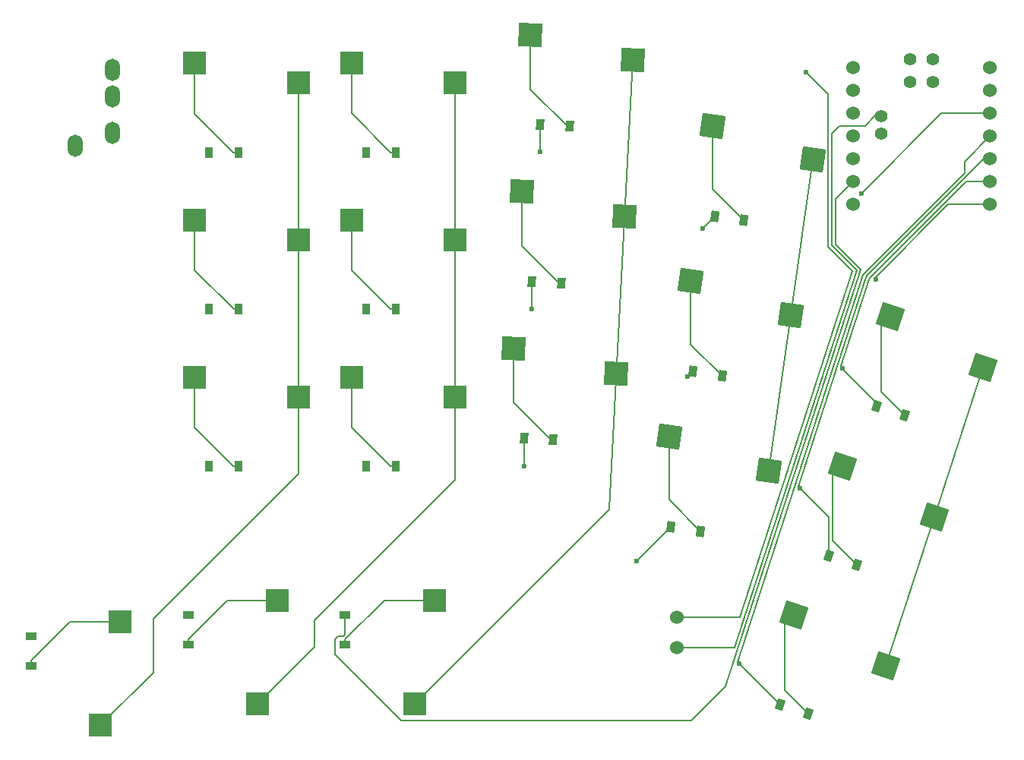
<source format=gbl>
G04 #@! TF.GenerationSoftware,KiCad,Pcbnew,8.0.7*
G04 #@! TF.CreationDate,2024-12-21T19:49:34+01:00*
G04 #@! TF.ProjectId,mint36tt_rev02_R,6d696e74-3336-4747-945f-72657630325f,0.2*
G04 #@! TF.SameCoordinates,Original*
G04 #@! TF.FileFunction,Copper,L2,Bot*
G04 #@! TF.FilePolarity,Positive*
%FSLAX46Y46*%
G04 Gerber Fmt 4.6, Leading zero omitted, Abs format (unit mm)*
G04 Created by KiCad (PCBNEW 8.0.7) date 2024-12-21 19:49:34*
%MOMM*%
%LPD*%
G01*
G04 APERTURE LIST*
G04 Aperture macros list*
%AMRotRect*
0 Rectangle, with rotation*
0 The origin of the aperture is its center*
0 $1 length*
0 $2 width*
0 $3 Rotation angle, in degrees counterclockwise*
0 Add horizontal line*
21,1,$1,$2,0,0,$3*%
G04 Aperture macros list end*
G04 #@! TA.AperFunction,SMDPad,CuDef*
%ADD10RotRect,2.600000X2.600000X270.000001*%
G04 #@! TD*
G04 #@! TA.AperFunction,SMDPad,CuDef*
%ADD11RotRect,2.600000X2.600000X342.000000*%
G04 #@! TD*
G04 #@! TA.AperFunction,SMDPad,CuDef*
%ADD12R,0.900000X1.200000*%
G04 #@! TD*
G04 #@! TA.AperFunction,SMDPad,CuDef*
%ADD13RotRect,0.900000X1.200000X357.000000*%
G04 #@! TD*
G04 #@! TA.AperFunction,SMDPad,CuDef*
%ADD14RotRect,2.600000X2.600000X352.000000*%
G04 #@! TD*
G04 #@! TA.AperFunction,SMDPad,CuDef*
%ADD15RotRect,0.900000X1.200000X342.000000*%
G04 #@! TD*
G04 #@! TA.AperFunction,SMDPad,CuDef*
%ADD16RotRect,2.600000X2.600000X357.000000*%
G04 #@! TD*
G04 #@! TA.AperFunction,ComponentPad*
%ADD17C,1.524000*%
G04 #@! TD*
G04 #@! TA.AperFunction,ComponentPad*
%ADD18C,1.397000*%
G04 #@! TD*
G04 #@! TA.AperFunction,ComponentPad*
%ADD19O,1.700000X2.500000*%
G04 #@! TD*
G04 #@! TA.AperFunction,SMDPad,CuDef*
%ADD20R,2.600000X2.600000*%
G04 #@! TD*
G04 #@! TA.AperFunction,SMDPad,CuDef*
%ADD21RotRect,0.900000X1.200000X352.000000*%
G04 #@! TD*
G04 #@! TA.AperFunction,SMDPad,CuDef*
%ADD22RotRect,0.900000X1.200000X270.000001*%
G04 #@! TD*
G04 #@! TA.AperFunction,ViaPad*
%ADD23C,0.600000*%
G04 #@! TD*
G04 #@! TA.AperFunction,Conductor*
%ADD24C,0.200000*%
G04 #@! TD*
G04 APERTURE END LIST*
D10*
X120725000Y-118300000D03*
X118525000Y-129850000D03*
D11*
X183666875Y-103307386D03*
X193971740Y-108968857D03*
D12*
X116425000Y-103325000D03*
X113125000Y-103325000D03*
D13*
X152397385Y-82879569D03*
X149101907Y-82706861D03*
D14*
X164360351Y-100017465D03*
X175491766Y-103803504D03*
D15*
X179868312Y-130935796D03*
X176729826Y-129916040D03*
D12*
X133925000Y-103325000D03*
X130625000Y-103325000D03*
D10*
X103225000Y-120675000D03*
X101025000Y-132225000D03*
D16*
X147083998Y-90161468D03*
X158503030Y-92962933D03*
D17*
X184855000Y-58905000D03*
X184855000Y-61445000D03*
X184855000Y-63985000D03*
X184855000Y-66525000D03*
X184855000Y-69065000D03*
X184855000Y-71605000D03*
X184855000Y-74145000D03*
X200095000Y-74145000D03*
X200095000Y-71605000D03*
X200095000Y-69065000D03*
X200095000Y-66525000D03*
X200095000Y-63985000D03*
X200095000Y-61445000D03*
X200095000Y-58905000D03*
D18*
X191205000Y-57953000D03*
X193745000Y-57953000D03*
X191205000Y-60493000D03*
X193745000Y-60493000D03*
X188030000Y-66208000D03*
X188030000Y-64303000D03*
D19*
X98175000Y-67625000D03*
X102375000Y-59125000D03*
X102375000Y-62125000D03*
X102375000Y-66125000D03*
D14*
X169231409Y-65358083D03*
X180362824Y-69144122D03*
D20*
X129000000Y-58375000D03*
X140550000Y-60575000D03*
D10*
X138225000Y-118300000D03*
X136025000Y-129850000D03*
D20*
X111500000Y-75875000D03*
X123050000Y-78075000D03*
D17*
X165275000Y-123525000D03*
X165275000Y-120125000D03*
D21*
X167852648Y-110556061D03*
X164584764Y-110096789D03*
D16*
X148915756Y-55209434D03*
X160334788Y-58010899D03*
D20*
X129000000Y-93375000D03*
X140550000Y-95575000D03*
D11*
X189074673Y-86663896D03*
X199379538Y-92325367D03*
D14*
X166795880Y-82687774D03*
X177927295Y-86473813D03*
D11*
X178259078Y-119950875D03*
X188563943Y-125612346D03*
D12*
X133925000Y-85825000D03*
X130625000Y-85825000D03*
X116425000Y-85825000D03*
X113125000Y-85825000D03*
D22*
X110775000Y-123225000D03*
X110775000Y-119925000D03*
D20*
X111500000Y-93375000D03*
X123050000Y-95575000D03*
D21*
X170288177Y-93226370D03*
X167020293Y-92767098D03*
X172723707Y-75896678D03*
X169455823Y-75437406D03*
D12*
X133925000Y-68325000D03*
X130625000Y-68325000D03*
D13*
X151481506Y-100355586D03*
X148186028Y-100182878D03*
X153313265Y-65403552D03*
X150017787Y-65230844D03*
D16*
X147999877Y-72685451D03*
X159418909Y-75486916D03*
D20*
X129000000Y-75875000D03*
X140550000Y-78075000D03*
D12*
X116425000Y-68325000D03*
X113125000Y-68325000D03*
D22*
X128275000Y-123225000D03*
X128275000Y-119925000D03*
D15*
X185276109Y-114292307D03*
X182137623Y-113272551D03*
D20*
X111500000Y-58375000D03*
X123050000Y-60575000D03*
D22*
X93275000Y-125600000D03*
X93275000Y-122300000D03*
D15*
X190683907Y-97648818D03*
X187545421Y-96629062D03*
D23*
X101025000Y-132225000D03*
X118525000Y-129850000D03*
X136025000Y-129850000D03*
X180362824Y-69144122D03*
X199379538Y-92325367D03*
X130625000Y-68325000D03*
X183706221Y-92423779D03*
X150017787Y-68297787D03*
X168099450Y-76793779D03*
X113125000Y-68325000D03*
X178930921Y-105799079D03*
X149101907Y-85811907D03*
X113125000Y-85825000D03*
X166460921Y-93329079D03*
X130625000Y-85825000D03*
X148186028Y-103316028D03*
X113125000Y-103325000D03*
X160751893Y-113929660D03*
X172156893Y-125343107D03*
X130625000Y-103325000D03*
X93275000Y-122300000D03*
X110775000Y-119925000D03*
X128275000Y-119925000D03*
X187443941Y-82477294D03*
X185795000Y-72885000D03*
X179650000Y-59380000D03*
D24*
X106905000Y-126345000D02*
X101025000Y-132225000D01*
X106905000Y-120325000D02*
X106905000Y-126345000D01*
X123050000Y-60575000D02*
X123050000Y-104180000D01*
X123050000Y-104180000D02*
X106905000Y-120325000D01*
X140550000Y-60575000D02*
X140550000Y-104800000D01*
X124875000Y-123500000D02*
X118525000Y-129850000D01*
X140550000Y-104800000D02*
X124875000Y-120475000D01*
X124875000Y-120475000D02*
X124875000Y-123500000D01*
X160334788Y-58010899D02*
X157697500Y-108177500D01*
X136025000Y-129850000D02*
X157697500Y-108177500D01*
X180362824Y-69144122D02*
X175491766Y-103803504D01*
X193971740Y-108968857D02*
X188563943Y-125612346D01*
X199379538Y-92325367D02*
X193971740Y-108968857D01*
X200095000Y-71605000D02*
X197470686Y-71605000D01*
X187545421Y-96629062D02*
X187545421Y-96275421D01*
X183699333Y-92423779D02*
X183550554Y-92275000D01*
X150017787Y-65230844D02*
X150017787Y-68297787D01*
X183550554Y-92155222D02*
X186690263Y-82485000D01*
X187545421Y-96275421D02*
X183706221Y-92436221D01*
X197470686Y-71605000D02*
X187110686Y-81965000D01*
X183706221Y-92423779D02*
X183699333Y-92423779D01*
X169455823Y-75437406D02*
X168099450Y-76793779D01*
X186746608Y-82316650D02*
X186690263Y-82485000D01*
X183706221Y-92436221D02*
X183706221Y-92423779D01*
X183550554Y-92275000D02*
X183550554Y-92155222D01*
X187110686Y-81965000D02*
X186746608Y-82316650D01*
X199445000Y-69065000D02*
X200095000Y-69065000D01*
X186945000Y-81565000D02*
X186394221Y-82101500D01*
X178930921Y-105799079D02*
X178930921Y-105793067D01*
X186394221Y-82101500D02*
X186178798Y-82765000D01*
X178772854Y-105635000D02*
X178772854Y-105575112D01*
X186945000Y-81565000D02*
X199445000Y-69065000D01*
X167020293Y-92769707D02*
X166460921Y-93329079D01*
X182137623Y-113272551D02*
X182137623Y-109005781D01*
X167020293Y-92767098D02*
X167020293Y-92769707D01*
X178772854Y-105575112D02*
X186178798Y-82765000D01*
X178930921Y-105793067D02*
X178772854Y-105635000D01*
X182137623Y-109005781D02*
X178930921Y-105799079D01*
X149101907Y-82706861D02*
X149101907Y-85811907D01*
X148186028Y-100182878D02*
X148186028Y-103316028D01*
X172156893Y-125343107D02*
X172156751Y-125343107D01*
X176729826Y-129916040D02*
X172156893Y-125343107D01*
X197292157Y-70652157D02*
X186852157Y-81092157D01*
X172156751Y-125343107D02*
X171988644Y-125175000D01*
X200095000Y-66525000D02*
X197292157Y-69327843D01*
X186852157Y-81092157D02*
X186036935Y-81891122D01*
X197292157Y-69327843D02*
X197292157Y-70652157D01*
X186036935Y-81891122D02*
X186017985Y-81965000D01*
X171988644Y-125175000D02*
X178341239Y-105609175D01*
X164584764Y-110096789D02*
X160751893Y-113929660D01*
X178341239Y-105609175D02*
X186017985Y-81965000D01*
X128089670Y-122275000D02*
X127475000Y-122275000D01*
X134505000Y-131655000D02*
X166865000Y-131655000D01*
X182931098Y-78351098D02*
X182931098Y-73528902D01*
X128275000Y-122089670D02*
X128089670Y-122275000D01*
X127475000Y-122275000D02*
X127165000Y-122585000D01*
X127165000Y-122585000D02*
X127165000Y-124315000D01*
X166865000Y-131655000D02*
X170685000Y-127835000D01*
X182931098Y-73528902D02*
X184855000Y-71605000D01*
X185769545Y-81375000D02*
X182937843Y-78552157D01*
X182937843Y-78552157D02*
X182931098Y-78351098D01*
X170685000Y-127835000D02*
X185769545Y-81375000D01*
X128275000Y-119925000D02*
X128275000Y-122089670D01*
X127165000Y-124315000D02*
X134505000Y-131655000D01*
X111500000Y-58375000D02*
X111500000Y-64050000D01*
X111500000Y-64050000D02*
X115775000Y-68325000D01*
X115775000Y-68325000D02*
X116425000Y-68325000D01*
X111500000Y-75875000D02*
X111500000Y-81469644D01*
X115855356Y-85825000D02*
X116425000Y-85825000D01*
X111500000Y-81469644D02*
X115855356Y-85825000D01*
X111500000Y-93375000D02*
X111500000Y-99000000D01*
X111500000Y-99000000D02*
X115825000Y-103325000D01*
X115825000Y-103325000D02*
X116425000Y-103325000D01*
X129000000Y-58375000D02*
X129000000Y-63969644D01*
X129000000Y-63969644D02*
X133355356Y-68325000D01*
X133355356Y-68325000D02*
X133925000Y-68325000D01*
X133355356Y-85825000D02*
X133925000Y-85825000D01*
X129000000Y-75875000D02*
X129000000Y-81469644D01*
X129000000Y-81469644D02*
X133355356Y-85825000D01*
X133355356Y-103325000D02*
X133925000Y-103325000D01*
X129000000Y-93375000D02*
X129000000Y-98969644D01*
X129000000Y-98969644D02*
X133355356Y-103325000D01*
X148915756Y-55209434D02*
X148915756Y-61283211D01*
X153036097Y-65403552D02*
X153313265Y-65403552D01*
X148915756Y-61283211D02*
X153036097Y-65403552D01*
X152120218Y-82879569D02*
X152397385Y-82879569D01*
X147999877Y-78759228D02*
X152120218Y-82879569D01*
X147999877Y-72685451D02*
X147999877Y-78759228D01*
X151204339Y-100355586D02*
X151481506Y-100355586D01*
X147083998Y-90161468D02*
X147083998Y-96235245D01*
X147083998Y-96235245D02*
X151204339Y-100355586D01*
X169231409Y-72404380D02*
X172723707Y-75896678D01*
X169231409Y-65358083D02*
X169231409Y-72404380D01*
X166795880Y-89734073D02*
X170288177Y-93226370D01*
X166795880Y-82687774D02*
X166795880Y-89734073D01*
X164360351Y-107063764D02*
X167852648Y-110556061D01*
X164360351Y-100017465D02*
X164360351Y-107063764D01*
X189074673Y-86663896D02*
X188042987Y-87695582D01*
X188042987Y-95007898D02*
X190683907Y-97648818D01*
X188042987Y-87695582D02*
X188042987Y-95007898D01*
X182635189Y-104339072D02*
X182635189Y-111651387D01*
X183666875Y-103307386D02*
X182635189Y-104339072D01*
X182635189Y-111651387D02*
X185276109Y-114292307D01*
X177227392Y-120982561D02*
X177227392Y-128294876D01*
X177227392Y-128294876D02*
X179868312Y-130935796D01*
X178259078Y-119950875D02*
X177227392Y-120982561D01*
X132630356Y-118300000D02*
X128275000Y-122655356D01*
X128275000Y-122655356D02*
X128275000Y-123225000D01*
X138225000Y-118300000D02*
X132630356Y-118300000D01*
X115130356Y-118300000D02*
X110775000Y-122655356D01*
X110775000Y-122655356D02*
X110775000Y-123225000D01*
X120725000Y-118300000D02*
X115130356Y-118300000D01*
X103225000Y-120675000D02*
X97630356Y-120675000D01*
X97630356Y-120675000D02*
X93275000Y-125030356D01*
X93275000Y-125030356D02*
X93275000Y-125600000D01*
X187443941Y-82197431D02*
X195496372Y-74145000D01*
X187443941Y-82477294D02*
X187443941Y-82197431D01*
X195496372Y-74145000D02*
X200095000Y-74145000D01*
X194695000Y-63985000D02*
X185795000Y-72885000D01*
X200095000Y-63985000D02*
X194695000Y-63985000D01*
X184540686Y-80720686D02*
X185311456Y-81490603D01*
X165275000Y-123525000D02*
X171644363Y-123525000D01*
X182531098Y-66198902D02*
X183385000Y-65345000D01*
X186243355Y-65345000D02*
X187355848Y-64232507D01*
X184540686Y-80720686D02*
X182531098Y-78711098D01*
X183385000Y-65345000D02*
X186243355Y-65345000D01*
X185311456Y-81490603D02*
X185204183Y-81761112D01*
X171644363Y-123525000D02*
X185204183Y-81761112D01*
X182531098Y-78711098D02*
X182531098Y-66198902D01*
X187355848Y-64232507D02*
X187834083Y-64082534D01*
X165275000Y-120125000D02*
X172308268Y-120125000D01*
X182131098Y-78881489D02*
X182131098Y-61861098D01*
X182131098Y-61861098D02*
X179650000Y-59380000D01*
X172308268Y-120125000D02*
X184824609Y-81575000D01*
X184824609Y-81575000D02*
X182131098Y-78881489D01*
M02*

</source>
